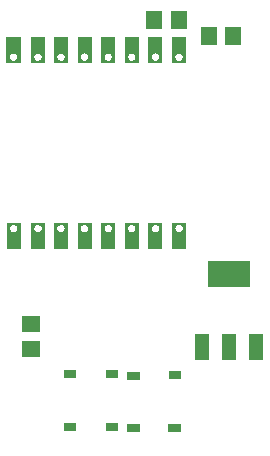
<source format=gtp>
G04 MADE WITH FRITZING*
G04 WWW.FRITZING.ORG*
G04 DOUBLE SIDED*
G04 HOLES PLATED*
G04 CONTOUR ON CENTER OF CONTOUR VECTOR*
%ASAXBY*%
%FSLAX23Y23*%
%MOIN*%
%OFA0B0*%
%SFA1.0B1.0*%
%ADD10R,0.043307X0.027559*%
%ADD11R,0.055118X0.059055*%
%ADD12R,0.059055X0.055118*%
%ADD13R,0.048000X0.088000*%
%ADD14R,0.141732X0.086614*%
%ADD15R,0.001000X0.001000*%
%LNPASTEMASK1*%
G90*
G70*
G54D10*
X878Y206D03*
X531Y210D03*
X669Y210D03*
X669Y35D03*
X531Y35D03*
G54D11*
X992Y1337D03*
X1073Y1337D03*
G54D12*
X399Y295D03*
X399Y376D03*
G54D11*
X811Y1392D03*
X892Y1392D03*
G54D13*
X968Y300D03*
X1059Y300D03*
X1150Y300D03*
G54D14*
X1059Y544D03*
G36*
X719Y219D02*
X762Y219D01*
X762Y192D01*
X719Y192D01*
X719Y219D01*
G37*
D02*
G36*
X856Y44D02*
X900Y44D01*
X900Y17D01*
X856Y17D01*
X856Y44D01*
G37*
D02*
G36*
X719Y44D02*
X762Y44D01*
X762Y17D01*
X719Y17D01*
X719Y44D01*
G37*
D02*
G54D15*
X319Y1335D02*
X364Y1335D01*
X400Y1335D02*
X446Y1335D01*
X476Y1335D02*
X522Y1335D01*
X555Y1335D02*
X601Y1335D01*
X634Y1335D02*
X679Y1335D01*
X713Y1335D02*
X758Y1335D01*
X791Y1335D02*
X837Y1335D01*
X870Y1335D02*
X916Y1335D01*
X318Y1334D02*
X365Y1334D01*
X400Y1334D02*
X446Y1334D01*
X476Y1334D02*
X522Y1334D01*
X555Y1334D02*
X601Y1334D01*
X634Y1334D02*
X680Y1334D01*
X712Y1334D02*
X758Y1334D01*
X791Y1334D02*
X837Y1334D01*
X870Y1334D02*
X916Y1334D01*
X318Y1333D02*
X365Y1333D01*
X400Y1333D02*
X446Y1333D01*
X476Y1333D02*
X522Y1333D01*
X555Y1333D02*
X601Y1333D01*
X634Y1333D02*
X680Y1333D01*
X712Y1333D02*
X758Y1333D01*
X791Y1333D02*
X837Y1333D01*
X870Y1333D02*
X916Y1333D01*
X318Y1332D02*
X365Y1332D01*
X400Y1332D02*
X446Y1332D01*
X476Y1332D02*
X522Y1332D01*
X555Y1332D02*
X601Y1332D01*
X634Y1332D02*
X680Y1332D01*
X712Y1332D02*
X758Y1332D01*
X791Y1332D02*
X837Y1332D01*
X870Y1332D02*
X916Y1332D01*
X318Y1331D02*
X365Y1331D01*
X400Y1331D02*
X446Y1331D01*
X476Y1331D02*
X522Y1331D01*
X555Y1331D02*
X601Y1331D01*
X634Y1331D02*
X680Y1331D01*
X712Y1331D02*
X758Y1331D01*
X791Y1331D02*
X837Y1331D01*
X870Y1331D02*
X916Y1331D01*
X318Y1330D02*
X365Y1330D01*
X400Y1330D02*
X446Y1330D01*
X476Y1330D02*
X522Y1330D01*
X555Y1330D02*
X601Y1330D01*
X634Y1330D02*
X680Y1330D01*
X712Y1330D02*
X758Y1330D01*
X791Y1330D02*
X837Y1330D01*
X870Y1330D02*
X916Y1330D01*
X318Y1329D02*
X365Y1329D01*
X400Y1329D02*
X446Y1329D01*
X476Y1329D02*
X522Y1329D01*
X555Y1329D02*
X601Y1329D01*
X634Y1329D02*
X680Y1329D01*
X712Y1329D02*
X758Y1329D01*
X791Y1329D02*
X837Y1329D01*
X870Y1329D02*
X916Y1329D01*
X318Y1328D02*
X365Y1328D01*
X400Y1328D02*
X446Y1328D01*
X476Y1328D02*
X522Y1328D01*
X555Y1328D02*
X601Y1328D01*
X634Y1328D02*
X680Y1328D01*
X712Y1328D02*
X758Y1328D01*
X791Y1328D02*
X837Y1328D01*
X870Y1328D02*
X916Y1328D01*
X318Y1327D02*
X365Y1327D01*
X400Y1327D02*
X446Y1327D01*
X476Y1327D02*
X522Y1327D01*
X555Y1327D02*
X601Y1327D01*
X634Y1327D02*
X680Y1327D01*
X712Y1327D02*
X758Y1327D01*
X791Y1327D02*
X837Y1327D01*
X870Y1327D02*
X916Y1327D01*
X318Y1326D02*
X365Y1326D01*
X400Y1326D02*
X446Y1326D01*
X476Y1326D02*
X522Y1326D01*
X555Y1326D02*
X601Y1326D01*
X634Y1326D02*
X680Y1326D01*
X712Y1326D02*
X758Y1326D01*
X791Y1326D02*
X837Y1326D01*
X870Y1326D02*
X916Y1326D01*
X318Y1325D02*
X365Y1325D01*
X400Y1325D02*
X446Y1325D01*
X476Y1325D02*
X522Y1325D01*
X555Y1325D02*
X601Y1325D01*
X634Y1325D02*
X680Y1325D01*
X712Y1325D02*
X758Y1325D01*
X791Y1325D02*
X837Y1325D01*
X870Y1325D02*
X916Y1325D01*
X318Y1324D02*
X365Y1324D01*
X400Y1324D02*
X446Y1324D01*
X476Y1324D02*
X522Y1324D01*
X555Y1324D02*
X601Y1324D01*
X634Y1324D02*
X680Y1324D01*
X712Y1324D02*
X758Y1324D01*
X791Y1324D02*
X837Y1324D01*
X870Y1324D02*
X916Y1324D01*
X318Y1323D02*
X365Y1323D01*
X400Y1323D02*
X446Y1323D01*
X476Y1323D02*
X522Y1323D01*
X555Y1323D02*
X601Y1323D01*
X634Y1323D02*
X680Y1323D01*
X712Y1323D02*
X758Y1323D01*
X791Y1323D02*
X837Y1323D01*
X870Y1323D02*
X916Y1323D01*
X318Y1322D02*
X365Y1322D01*
X400Y1322D02*
X446Y1322D01*
X476Y1322D02*
X522Y1322D01*
X555Y1322D02*
X601Y1322D01*
X634Y1322D02*
X680Y1322D01*
X712Y1322D02*
X758Y1322D01*
X791Y1322D02*
X837Y1322D01*
X870Y1322D02*
X916Y1322D01*
X318Y1321D02*
X365Y1321D01*
X400Y1321D02*
X446Y1321D01*
X476Y1321D02*
X522Y1321D01*
X555Y1321D02*
X601Y1321D01*
X634Y1321D02*
X680Y1321D01*
X712Y1321D02*
X758Y1321D01*
X791Y1321D02*
X837Y1321D01*
X870Y1321D02*
X916Y1321D01*
X318Y1320D02*
X365Y1320D01*
X400Y1320D02*
X446Y1320D01*
X476Y1320D02*
X522Y1320D01*
X555Y1320D02*
X601Y1320D01*
X634Y1320D02*
X680Y1320D01*
X712Y1320D02*
X758Y1320D01*
X791Y1320D02*
X837Y1320D01*
X870Y1320D02*
X916Y1320D01*
X318Y1319D02*
X365Y1319D01*
X400Y1319D02*
X446Y1319D01*
X476Y1319D02*
X522Y1319D01*
X555Y1319D02*
X601Y1319D01*
X634Y1319D02*
X680Y1319D01*
X712Y1319D02*
X758Y1319D01*
X791Y1319D02*
X837Y1319D01*
X870Y1319D02*
X916Y1319D01*
X318Y1318D02*
X365Y1318D01*
X400Y1318D02*
X446Y1318D01*
X476Y1318D02*
X522Y1318D01*
X555Y1318D02*
X601Y1318D01*
X634Y1318D02*
X680Y1318D01*
X712Y1318D02*
X758Y1318D01*
X791Y1318D02*
X837Y1318D01*
X870Y1318D02*
X916Y1318D01*
X318Y1317D02*
X365Y1317D01*
X400Y1317D02*
X446Y1317D01*
X476Y1317D02*
X522Y1317D01*
X555Y1317D02*
X601Y1317D01*
X634Y1317D02*
X680Y1317D01*
X712Y1317D02*
X758Y1317D01*
X791Y1317D02*
X837Y1317D01*
X870Y1317D02*
X916Y1317D01*
X318Y1316D02*
X365Y1316D01*
X400Y1316D02*
X446Y1316D01*
X476Y1316D02*
X522Y1316D01*
X555Y1316D02*
X601Y1316D01*
X634Y1316D02*
X680Y1316D01*
X712Y1316D02*
X758Y1316D01*
X791Y1316D02*
X837Y1316D01*
X870Y1316D02*
X916Y1316D01*
X318Y1315D02*
X365Y1315D01*
X400Y1315D02*
X446Y1315D01*
X476Y1315D02*
X522Y1315D01*
X555Y1315D02*
X601Y1315D01*
X634Y1315D02*
X680Y1315D01*
X712Y1315D02*
X758Y1315D01*
X791Y1315D02*
X837Y1315D01*
X870Y1315D02*
X916Y1315D01*
X318Y1314D02*
X365Y1314D01*
X400Y1314D02*
X446Y1314D01*
X476Y1314D02*
X522Y1314D01*
X555Y1314D02*
X601Y1314D01*
X634Y1314D02*
X680Y1314D01*
X712Y1314D02*
X758Y1314D01*
X791Y1314D02*
X837Y1314D01*
X870Y1314D02*
X916Y1314D01*
X318Y1313D02*
X365Y1313D01*
X400Y1313D02*
X446Y1313D01*
X476Y1313D02*
X522Y1313D01*
X555Y1313D02*
X601Y1313D01*
X634Y1313D02*
X680Y1313D01*
X712Y1313D02*
X758Y1313D01*
X791Y1313D02*
X837Y1313D01*
X870Y1313D02*
X916Y1313D01*
X318Y1312D02*
X365Y1312D01*
X400Y1312D02*
X446Y1312D01*
X476Y1312D02*
X522Y1312D01*
X555Y1312D02*
X601Y1312D01*
X634Y1312D02*
X680Y1312D01*
X712Y1312D02*
X758Y1312D01*
X791Y1312D02*
X837Y1312D01*
X870Y1312D02*
X916Y1312D01*
X318Y1311D02*
X365Y1311D01*
X400Y1311D02*
X446Y1311D01*
X476Y1311D02*
X522Y1311D01*
X555Y1311D02*
X601Y1311D01*
X634Y1311D02*
X680Y1311D01*
X712Y1311D02*
X758Y1311D01*
X791Y1311D02*
X837Y1311D01*
X870Y1311D02*
X916Y1311D01*
X318Y1310D02*
X365Y1310D01*
X400Y1310D02*
X446Y1310D01*
X476Y1310D02*
X522Y1310D01*
X555Y1310D02*
X601Y1310D01*
X634Y1310D02*
X680Y1310D01*
X712Y1310D02*
X758Y1310D01*
X791Y1310D02*
X837Y1310D01*
X870Y1310D02*
X916Y1310D01*
X318Y1309D02*
X365Y1309D01*
X400Y1309D02*
X446Y1309D01*
X476Y1309D02*
X522Y1309D01*
X555Y1309D02*
X601Y1309D01*
X634Y1309D02*
X680Y1309D01*
X712Y1309D02*
X758Y1309D01*
X791Y1309D02*
X837Y1309D01*
X870Y1309D02*
X916Y1309D01*
X318Y1308D02*
X365Y1308D01*
X400Y1308D02*
X446Y1308D01*
X476Y1308D02*
X522Y1308D01*
X555Y1308D02*
X601Y1308D01*
X634Y1308D02*
X680Y1308D01*
X712Y1308D02*
X758Y1308D01*
X791Y1308D02*
X837Y1308D01*
X870Y1308D02*
X916Y1308D01*
X318Y1307D02*
X365Y1307D01*
X400Y1307D02*
X446Y1307D01*
X476Y1307D02*
X522Y1307D01*
X555Y1307D02*
X601Y1307D01*
X634Y1307D02*
X680Y1307D01*
X712Y1307D02*
X758Y1307D01*
X791Y1307D02*
X837Y1307D01*
X870Y1307D02*
X916Y1307D01*
X318Y1306D02*
X365Y1306D01*
X400Y1306D02*
X446Y1306D01*
X476Y1306D02*
X522Y1306D01*
X555Y1306D02*
X601Y1306D01*
X634Y1306D02*
X680Y1306D01*
X712Y1306D02*
X758Y1306D01*
X791Y1306D02*
X837Y1306D01*
X870Y1306D02*
X916Y1306D01*
X318Y1305D02*
X365Y1305D01*
X400Y1305D02*
X446Y1305D01*
X476Y1305D02*
X522Y1305D01*
X555Y1305D02*
X601Y1305D01*
X634Y1305D02*
X680Y1305D01*
X712Y1305D02*
X758Y1305D01*
X791Y1305D02*
X837Y1305D01*
X870Y1305D02*
X916Y1305D01*
X318Y1304D02*
X365Y1304D01*
X400Y1304D02*
X446Y1304D01*
X476Y1304D02*
X522Y1304D01*
X555Y1304D02*
X601Y1304D01*
X634Y1304D02*
X680Y1304D01*
X712Y1304D02*
X758Y1304D01*
X791Y1304D02*
X837Y1304D01*
X870Y1304D02*
X916Y1304D01*
X318Y1303D02*
X365Y1303D01*
X400Y1303D02*
X446Y1303D01*
X476Y1303D02*
X522Y1303D01*
X555Y1303D02*
X601Y1303D01*
X634Y1303D02*
X680Y1303D01*
X712Y1303D02*
X758Y1303D01*
X791Y1303D02*
X837Y1303D01*
X870Y1303D02*
X916Y1303D01*
X318Y1302D02*
X365Y1302D01*
X400Y1302D02*
X446Y1302D01*
X476Y1302D02*
X522Y1302D01*
X555Y1302D02*
X601Y1302D01*
X634Y1302D02*
X680Y1302D01*
X712Y1302D02*
X758Y1302D01*
X791Y1302D02*
X837Y1302D01*
X870Y1302D02*
X916Y1302D01*
X318Y1301D02*
X365Y1301D01*
X400Y1301D02*
X446Y1301D01*
X476Y1301D02*
X522Y1301D01*
X555Y1301D02*
X601Y1301D01*
X634Y1301D02*
X680Y1301D01*
X712Y1301D02*
X758Y1301D01*
X791Y1301D02*
X837Y1301D01*
X870Y1301D02*
X916Y1301D01*
X318Y1300D02*
X365Y1300D01*
X400Y1300D02*
X446Y1300D01*
X476Y1300D02*
X522Y1300D01*
X555Y1300D02*
X601Y1300D01*
X634Y1300D02*
X680Y1300D01*
X712Y1300D02*
X758Y1300D01*
X791Y1300D02*
X837Y1300D01*
X870Y1300D02*
X916Y1300D01*
X318Y1299D02*
X365Y1299D01*
X400Y1299D02*
X446Y1299D01*
X476Y1299D02*
X522Y1299D01*
X555Y1299D02*
X601Y1299D01*
X634Y1299D02*
X680Y1299D01*
X712Y1299D02*
X758Y1299D01*
X791Y1299D02*
X837Y1299D01*
X870Y1299D02*
X916Y1299D01*
X318Y1298D02*
X365Y1298D01*
X400Y1298D02*
X446Y1298D01*
X476Y1298D02*
X522Y1298D01*
X555Y1298D02*
X601Y1298D01*
X634Y1298D02*
X680Y1298D01*
X712Y1298D02*
X758Y1298D01*
X791Y1298D02*
X837Y1298D01*
X870Y1298D02*
X916Y1298D01*
X318Y1297D02*
X365Y1297D01*
X400Y1297D02*
X446Y1297D01*
X476Y1297D02*
X522Y1297D01*
X555Y1297D02*
X601Y1297D01*
X634Y1297D02*
X680Y1297D01*
X712Y1297D02*
X758Y1297D01*
X791Y1297D02*
X837Y1297D01*
X870Y1297D02*
X916Y1297D01*
X318Y1296D02*
X365Y1296D01*
X400Y1296D02*
X446Y1296D01*
X476Y1296D02*
X522Y1296D01*
X555Y1296D02*
X601Y1296D01*
X634Y1296D02*
X680Y1296D01*
X712Y1296D02*
X758Y1296D01*
X791Y1296D02*
X837Y1296D01*
X870Y1296D02*
X916Y1296D01*
X318Y1295D02*
X365Y1295D01*
X400Y1295D02*
X446Y1295D01*
X476Y1295D02*
X522Y1295D01*
X555Y1295D02*
X601Y1295D01*
X634Y1295D02*
X680Y1295D01*
X712Y1295D02*
X758Y1295D01*
X791Y1295D02*
X837Y1295D01*
X870Y1295D02*
X916Y1295D01*
X318Y1294D02*
X365Y1294D01*
X400Y1294D02*
X446Y1294D01*
X476Y1294D02*
X522Y1294D01*
X555Y1294D02*
X601Y1294D01*
X634Y1294D02*
X680Y1294D01*
X712Y1294D02*
X758Y1294D01*
X791Y1294D02*
X837Y1294D01*
X870Y1294D02*
X916Y1294D01*
X318Y1293D02*
X365Y1293D01*
X400Y1293D02*
X446Y1293D01*
X476Y1293D02*
X522Y1293D01*
X555Y1293D02*
X601Y1293D01*
X634Y1293D02*
X680Y1293D01*
X712Y1293D02*
X758Y1293D01*
X791Y1293D02*
X837Y1293D01*
X870Y1293D02*
X916Y1293D01*
X318Y1292D02*
X365Y1292D01*
X400Y1292D02*
X446Y1292D01*
X476Y1292D02*
X522Y1292D01*
X555Y1292D02*
X601Y1292D01*
X634Y1292D02*
X680Y1292D01*
X712Y1292D02*
X758Y1292D01*
X791Y1292D02*
X837Y1292D01*
X870Y1292D02*
X916Y1292D01*
X318Y1291D02*
X365Y1291D01*
X400Y1291D02*
X446Y1291D01*
X476Y1291D02*
X522Y1291D01*
X555Y1291D02*
X601Y1291D01*
X634Y1291D02*
X680Y1291D01*
X712Y1291D02*
X758Y1291D01*
X791Y1291D02*
X837Y1291D01*
X870Y1291D02*
X916Y1291D01*
X318Y1290D02*
X365Y1290D01*
X400Y1290D02*
X446Y1290D01*
X476Y1290D02*
X522Y1290D01*
X555Y1290D02*
X601Y1290D01*
X634Y1290D02*
X680Y1290D01*
X712Y1290D02*
X758Y1290D01*
X791Y1290D02*
X837Y1290D01*
X870Y1290D02*
X916Y1290D01*
X318Y1289D02*
X365Y1289D01*
X400Y1289D02*
X446Y1289D01*
X476Y1289D02*
X522Y1289D01*
X555Y1289D02*
X601Y1289D01*
X634Y1289D02*
X680Y1289D01*
X712Y1289D02*
X758Y1289D01*
X791Y1289D02*
X837Y1289D01*
X870Y1289D02*
X916Y1289D01*
X318Y1288D02*
X365Y1288D01*
X400Y1288D02*
X446Y1288D01*
X476Y1288D02*
X522Y1288D01*
X555Y1288D02*
X601Y1288D01*
X634Y1288D02*
X680Y1288D01*
X712Y1288D02*
X758Y1288D01*
X791Y1288D02*
X837Y1288D01*
X870Y1288D02*
X916Y1288D01*
X318Y1287D02*
X365Y1287D01*
X400Y1287D02*
X446Y1287D01*
X476Y1287D02*
X522Y1287D01*
X555Y1287D02*
X601Y1287D01*
X634Y1287D02*
X680Y1287D01*
X712Y1287D02*
X758Y1287D01*
X791Y1287D02*
X837Y1287D01*
X870Y1287D02*
X916Y1287D01*
X318Y1286D02*
X365Y1286D01*
X400Y1286D02*
X446Y1286D01*
X476Y1286D02*
X522Y1286D01*
X555Y1286D02*
X601Y1286D01*
X634Y1286D02*
X680Y1286D01*
X712Y1286D02*
X758Y1286D01*
X791Y1286D02*
X837Y1286D01*
X870Y1286D02*
X916Y1286D01*
X318Y1285D02*
X365Y1285D01*
X400Y1285D02*
X446Y1285D01*
X476Y1285D02*
X522Y1285D01*
X555Y1285D02*
X601Y1285D01*
X634Y1285D02*
X680Y1285D01*
X712Y1285D02*
X758Y1285D01*
X791Y1285D02*
X837Y1285D01*
X870Y1285D02*
X916Y1285D01*
X318Y1284D02*
X365Y1284D01*
X400Y1284D02*
X446Y1284D01*
X476Y1284D02*
X522Y1284D01*
X555Y1284D02*
X601Y1284D01*
X634Y1284D02*
X680Y1284D01*
X712Y1284D02*
X758Y1284D01*
X791Y1284D02*
X837Y1284D01*
X870Y1284D02*
X916Y1284D01*
X318Y1283D02*
X365Y1283D01*
X400Y1283D02*
X446Y1283D01*
X476Y1283D02*
X522Y1283D01*
X555Y1283D02*
X601Y1283D01*
X634Y1283D02*
X680Y1283D01*
X712Y1283D02*
X758Y1283D01*
X791Y1283D02*
X837Y1283D01*
X870Y1283D02*
X916Y1283D01*
X318Y1282D02*
X365Y1282D01*
X400Y1282D02*
X446Y1282D01*
X476Y1282D02*
X522Y1282D01*
X555Y1282D02*
X601Y1282D01*
X634Y1282D02*
X680Y1282D01*
X712Y1282D02*
X758Y1282D01*
X791Y1282D02*
X837Y1282D01*
X870Y1282D02*
X916Y1282D01*
X318Y1281D02*
X365Y1281D01*
X400Y1281D02*
X446Y1281D01*
X476Y1281D02*
X522Y1281D01*
X555Y1281D02*
X601Y1281D01*
X634Y1281D02*
X680Y1281D01*
X712Y1281D02*
X758Y1281D01*
X791Y1281D02*
X837Y1281D01*
X870Y1281D02*
X916Y1281D01*
X318Y1280D02*
X365Y1280D01*
X400Y1280D02*
X446Y1280D01*
X476Y1280D02*
X522Y1280D01*
X555Y1280D02*
X601Y1280D01*
X634Y1280D02*
X680Y1280D01*
X712Y1280D02*
X758Y1280D01*
X791Y1280D02*
X837Y1280D01*
X870Y1280D02*
X916Y1280D01*
X318Y1279D02*
X365Y1279D01*
X400Y1279D02*
X421Y1279D01*
X424Y1279D02*
X446Y1279D01*
X476Y1279D02*
X498Y1279D01*
X501Y1279D02*
X522Y1279D01*
X555Y1279D02*
X577Y1279D01*
X579Y1279D02*
X601Y1279D01*
X634Y1279D02*
X680Y1279D01*
X712Y1279D02*
X758Y1279D01*
X791Y1279D02*
X813Y1279D01*
X816Y1279D02*
X837Y1279D01*
X870Y1279D02*
X892Y1279D01*
X894Y1279D02*
X916Y1279D01*
X318Y1278D02*
X336Y1278D01*
X347Y1278D02*
X365Y1278D01*
X400Y1278D02*
X417Y1278D01*
X428Y1278D02*
X446Y1278D01*
X476Y1278D02*
X494Y1278D01*
X505Y1278D02*
X522Y1278D01*
X555Y1278D02*
X573Y1278D01*
X583Y1278D02*
X601Y1278D01*
X634Y1278D02*
X651Y1278D01*
X662Y1278D02*
X680Y1278D01*
X712Y1278D02*
X730Y1278D01*
X741Y1278D02*
X758Y1278D01*
X791Y1278D02*
X809Y1278D01*
X820Y1278D02*
X837Y1278D01*
X870Y1278D02*
X887Y1278D01*
X898Y1278D02*
X916Y1278D01*
X318Y1277D02*
X334Y1277D01*
X349Y1277D02*
X365Y1277D01*
X400Y1277D02*
X415Y1277D01*
X430Y1277D02*
X446Y1277D01*
X476Y1277D02*
X492Y1277D01*
X506Y1277D02*
X522Y1277D01*
X555Y1277D02*
X571Y1277D01*
X585Y1277D02*
X601Y1277D01*
X634Y1277D02*
X649Y1277D01*
X664Y1277D02*
X680Y1277D01*
X712Y1277D02*
X728Y1277D01*
X742Y1277D02*
X758Y1277D01*
X791Y1277D02*
X807Y1277D01*
X821Y1277D02*
X837Y1277D01*
X870Y1277D02*
X886Y1277D01*
X900Y1277D02*
X916Y1277D01*
X318Y1276D02*
X333Y1276D01*
X350Y1276D02*
X365Y1276D01*
X400Y1276D02*
X414Y1276D01*
X431Y1276D02*
X446Y1276D01*
X476Y1276D02*
X491Y1276D01*
X508Y1276D02*
X522Y1276D01*
X555Y1276D02*
X569Y1276D01*
X586Y1276D02*
X601Y1276D01*
X634Y1276D02*
X648Y1276D01*
X665Y1276D02*
X680Y1276D01*
X712Y1276D02*
X727Y1276D01*
X744Y1276D02*
X758Y1276D01*
X791Y1276D02*
X806Y1276D01*
X823Y1276D02*
X837Y1276D01*
X870Y1276D02*
X884Y1276D01*
X901Y1276D02*
X916Y1276D01*
X318Y1275D02*
X332Y1275D01*
X351Y1275D02*
X365Y1275D01*
X400Y1275D02*
X413Y1275D01*
X432Y1275D02*
X446Y1275D01*
X476Y1275D02*
X490Y1275D01*
X509Y1275D02*
X522Y1275D01*
X555Y1275D02*
X568Y1275D01*
X587Y1275D02*
X601Y1275D01*
X634Y1275D02*
X647Y1275D01*
X666Y1275D02*
X680Y1275D01*
X712Y1275D02*
X726Y1275D01*
X745Y1275D02*
X758Y1275D01*
X791Y1275D02*
X805Y1275D01*
X824Y1275D02*
X837Y1275D01*
X870Y1275D02*
X883Y1275D01*
X902Y1275D02*
X916Y1275D01*
X318Y1274D02*
X331Y1274D01*
X352Y1274D02*
X365Y1274D01*
X400Y1274D02*
X412Y1274D01*
X433Y1274D02*
X446Y1274D01*
X476Y1274D02*
X489Y1274D01*
X510Y1274D02*
X522Y1274D01*
X555Y1274D02*
X568Y1274D01*
X588Y1274D02*
X601Y1274D01*
X634Y1274D02*
X646Y1274D01*
X667Y1274D02*
X680Y1274D01*
X712Y1274D02*
X725Y1274D01*
X746Y1274D02*
X758Y1274D01*
X791Y1274D02*
X804Y1274D01*
X824Y1274D02*
X837Y1274D01*
X870Y1274D02*
X883Y1274D01*
X903Y1274D02*
X916Y1274D01*
X318Y1273D02*
X331Y1273D01*
X353Y1273D02*
X365Y1273D01*
X400Y1273D02*
X412Y1273D01*
X434Y1273D02*
X446Y1273D01*
X476Y1273D02*
X488Y1273D01*
X510Y1273D02*
X522Y1273D01*
X555Y1273D02*
X567Y1273D01*
X589Y1273D02*
X601Y1273D01*
X634Y1273D02*
X646Y1273D01*
X668Y1273D02*
X680Y1273D01*
X712Y1273D02*
X724Y1273D01*
X746Y1273D02*
X758Y1273D01*
X791Y1273D02*
X803Y1273D01*
X825Y1273D02*
X837Y1273D01*
X870Y1273D02*
X882Y1273D01*
X904Y1273D02*
X916Y1273D01*
X318Y1272D02*
X330Y1272D01*
X353Y1272D02*
X365Y1272D01*
X400Y1272D02*
X411Y1272D01*
X434Y1272D02*
X446Y1272D01*
X476Y1272D02*
X488Y1272D01*
X511Y1272D02*
X522Y1272D01*
X555Y1272D02*
X566Y1272D01*
X589Y1272D02*
X601Y1272D01*
X634Y1272D02*
X645Y1272D01*
X668Y1272D02*
X680Y1272D01*
X712Y1272D02*
X724Y1272D01*
X747Y1272D02*
X758Y1272D01*
X791Y1272D02*
X803Y1272D01*
X826Y1272D02*
X837Y1272D01*
X870Y1272D02*
X881Y1272D01*
X904Y1272D02*
X916Y1272D01*
X318Y1271D02*
X330Y1271D01*
X354Y1271D02*
X365Y1271D01*
X400Y1271D02*
X411Y1271D01*
X435Y1271D02*
X446Y1271D01*
X476Y1271D02*
X487Y1271D01*
X511Y1271D02*
X522Y1271D01*
X555Y1271D02*
X566Y1271D01*
X590Y1271D02*
X601Y1271D01*
X634Y1271D02*
X645Y1271D01*
X669Y1271D02*
X680Y1271D01*
X712Y1271D02*
X723Y1271D01*
X747Y1271D02*
X758Y1271D01*
X791Y1271D02*
X802Y1271D01*
X826Y1271D02*
X837Y1271D01*
X870Y1271D02*
X881Y1271D01*
X905Y1271D02*
X916Y1271D01*
X318Y1270D02*
X329Y1270D01*
X354Y1270D02*
X365Y1270D01*
X400Y1270D02*
X410Y1270D01*
X435Y1270D02*
X446Y1270D01*
X476Y1270D02*
X487Y1270D01*
X511Y1270D02*
X522Y1270D01*
X555Y1270D02*
X566Y1270D01*
X590Y1270D02*
X601Y1270D01*
X634Y1270D02*
X644Y1270D01*
X669Y1270D02*
X680Y1270D01*
X712Y1270D02*
X723Y1270D01*
X748Y1270D02*
X758Y1270D01*
X791Y1270D02*
X802Y1270D01*
X826Y1270D02*
X837Y1270D01*
X870Y1270D02*
X881Y1270D01*
X905Y1270D02*
X916Y1270D01*
X318Y1269D02*
X329Y1269D01*
X354Y1269D02*
X365Y1269D01*
X400Y1269D02*
X410Y1269D01*
X435Y1269D02*
X446Y1269D01*
X476Y1269D02*
X487Y1269D01*
X512Y1269D02*
X522Y1269D01*
X555Y1269D02*
X565Y1269D01*
X590Y1269D02*
X601Y1269D01*
X634Y1269D02*
X644Y1269D01*
X669Y1269D02*
X680Y1269D01*
X712Y1269D02*
X723Y1269D01*
X748Y1269D02*
X758Y1269D01*
X791Y1269D02*
X802Y1269D01*
X827Y1269D02*
X837Y1269D01*
X870Y1269D02*
X880Y1269D01*
X905Y1269D02*
X916Y1269D01*
X318Y1268D02*
X329Y1268D01*
X354Y1268D02*
X365Y1268D01*
X400Y1268D02*
X410Y1268D01*
X435Y1268D02*
X446Y1268D01*
X476Y1268D02*
X487Y1268D01*
X512Y1268D02*
X522Y1268D01*
X555Y1268D02*
X565Y1268D01*
X590Y1268D02*
X601Y1268D01*
X634Y1268D02*
X644Y1268D01*
X669Y1268D02*
X680Y1268D01*
X712Y1268D02*
X723Y1268D01*
X748Y1268D02*
X758Y1268D01*
X791Y1268D02*
X802Y1268D01*
X827Y1268D02*
X837Y1268D01*
X870Y1268D02*
X880Y1268D01*
X905Y1268D02*
X916Y1268D01*
X318Y1267D02*
X329Y1267D01*
X354Y1267D02*
X365Y1267D01*
X400Y1267D02*
X410Y1267D01*
X435Y1267D02*
X446Y1267D01*
X476Y1267D02*
X487Y1267D01*
X512Y1267D02*
X522Y1267D01*
X555Y1267D02*
X565Y1267D01*
X590Y1267D02*
X601Y1267D01*
X634Y1267D02*
X644Y1267D01*
X669Y1267D02*
X680Y1267D01*
X712Y1267D02*
X723Y1267D01*
X748Y1267D02*
X758Y1267D01*
X791Y1267D02*
X801Y1267D01*
X827Y1267D02*
X837Y1267D01*
X870Y1267D02*
X880Y1267D01*
X906Y1267D02*
X916Y1267D01*
X318Y1266D02*
X329Y1266D01*
X354Y1266D02*
X365Y1266D01*
X400Y1266D02*
X410Y1266D01*
X435Y1266D02*
X446Y1266D01*
X476Y1266D02*
X487Y1266D01*
X512Y1266D02*
X522Y1266D01*
X555Y1266D02*
X565Y1266D01*
X590Y1266D02*
X601Y1266D01*
X634Y1266D02*
X644Y1266D01*
X669Y1266D02*
X680Y1266D01*
X712Y1266D02*
X723Y1266D01*
X748Y1266D02*
X758Y1266D01*
X791Y1266D02*
X802Y1266D01*
X827Y1266D02*
X837Y1266D01*
X870Y1266D02*
X880Y1266D01*
X905Y1266D02*
X916Y1266D01*
X318Y1265D02*
X329Y1265D01*
X354Y1265D02*
X365Y1265D01*
X400Y1265D02*
X410Y1265D01*
X435Y1265D02*
X446Y1265D01*
X476Y1265D02*
X487Y1265D01*
X512Y1265D02*
X522Y1265D01*
X555Y1265D02*
X565Y1265D01*
X590Y1265D02*
X601Y1265D01*
X634Y1265D02*
X644Y1265D01*
X669Y1265D02*
X680Y1265D01*
X712Y1265D02*
X723Y1265D01*
X748Y1265D02*
X758Y1265D01*
X791Y1265D02*
X802Y1265D01*
X827Y1265D02*
X837Y1265D01*
X870Y1265D02*
X880Y1265D01*
X905Y1265D02*
X916Y1265D01*
X318Y1264D02*
X329Y1264D01*
X354Y1264D02*
X365Y1264D01*
X400Y1264D02*
X410Y1264D01*
X435Y1264D02*
X446Y1264D01*
X476Y1264D02*
X487Y1264D01*
X511Y1264D02*
X522Y1264D01*
X555Y1264D02*
X566Y1264D01*
X590Y1264D02*
X601Y1264D01*
X634Y1264D02*
X644Y1264D01*
X669Y1264D02*
X680Y1264D01*
X712Y1264D02*
X723Y1264D01*
X748Y1264D02*
X758Y1264D01*
X791Y1264D02*
X802Y1264D01*
X826Y1264D02*
X837Y1264D01*
X870Y1264D02*
X881Y1264D01*
X905Y1264D02*
X916Y1264D01*
X318Y1263D02*
X330Y1263D01*
X354Y1263D02*
X365Y1263D01*
X400Y1263D02*
X411Y1263D01*
X435Y1263D02*
X446Y1263D01*
X476Y1263D02*
X487Y1263D01*
X511Y1263D02*
X522Y1263D01*
X555Y1263D02*
X566Y1263D01*
X590Y1263D02*
X601Y1263D01*
X634Y1263D02*
X645Y1263D01*
X669Y1263D02*
X680Y1263D01*
X712Y1263D02*
X723Y1263D01*
X747Y1263D02*
X758Y1263D01*
X791Y1263D02*
X802Y1263D01*
X826Y1263D02*
X837Y1263D01*
X870Y1263D02*
X881Y1263D01*
X905Y1263D02*
X916Y1263D01*
X318Y1262D02*
X330Y1262D01*
X353Y1262D02*
X365Y1262D01*
X400Y1262D02*
X411Y1262D01*
X434Y1262D02*
X446Y1262D01*
X476Y1262D02*
X488Y1262D01*
X511Y1262D02*
X522Y1262D01*
X555Y1262D02*
X566Y1262D01*
X589Y1262D02*
X601Y1262D01*
X634Y1262D02*
X645Y1262D01*
X668Y1262D02*
X680Y1262D01*
X712Y1262D02*
X724Y1262D01*
X747Y1262D02*
X758Y1262D01*
X791Y1262D02*
X803Y1262D01*
X826Y1262D02*
X837Y1262D01*
X870Y1262D02*
X881Y1262D01*
X904Y1262D02*
X916Y1262D01*
X318Y1261D02*
X331Y1261D01*
X353Y1261D02*
X365Y1261D01*
X400Y1261D02*
X412Y1261D01*
X434Y1261D02*
X446Y1261D01*
X476Y1261D02*
X488Y1261D01*
X510Y1261D02*
X522Y1261D01*
X555Y1261D02*
X567Y1261D01*
X589Y1261D02*
X601Y1261D01*
X634Y1261D02*
X646Y1261D01*
X668Y1261D02*
X680Y1261D01*
X712Y1261D02*
X724Y1261D01*
X746Y1261D02*
X758Y1261D01*
X791Y1261D02*
X803Y1261D01*
X825Y1261D02*
X837Y1261D01*
X870Y1261D02*
X882Y1261D01*
X904Y1261D02*
X916Y1261D01*
X318Y1260D02*
X331Y1260D01*
X352Y1260D02*
X365Y1260D01*
X400Y1260D02*
X412Y1260D01*
X433Y1260D02*
X446Y1260D01*
X476Y1260D02*
X489Y1260D01*
X510Y1260D02*
X522Y1260D01*
X555Y1260D02*
X567Y1260D01*
X588Y1260D02*
X601Y1260D01*
X634Y1260D02*
X646Y1260D01*
X667Y1260D02*
X680Y1260D01*
X712Y1260D02*
X725Y1260D01*
X746Y1260D02*
X758Y1260D01*
X791Y1260D02*
X804Y1260D01*
X825Y1260D02*
X837Y1260D01*
X870Y1260D02*
X883Y1260D01*
X903Y1260D02*
X916Y1260D01*
X318Y1259D02*
X332Y1259D01*
X351Y1259D02*
X365Y1259D01*
X400Y1259D02*
X413Y1259D01*
X432Y1259D02*
X446Y1259D01*
X476Y1259D02*
X490Y1259D01*
X509Y1259D02*
X522Y1259D01*
X555Y1259D02*
X568Y1259D01*
X588Y1259D02*
X601Y1259D01*
X634Y1259D02*
X647Y1259D01*
X666Y1259D02*
X680Y1259D01*
X712Y1259D02*
X726Y1259D01*
X745Y1259D02*
X758Y1259D01*
X791Y1259D02*
X804Y1259D01*
X824Y1259D02*
X837Y1259D01*
X870Y1259D02*
X883Y1259D01*
X903Y1259D02*
X916Y1259D01*
X318Y1258D02*
X333Y1258D01*
X350Y1258D02*
X365Y1258D01*
X400Y1258D02*
X414Y1258D01*
X431Y1258D02*
X446Y1258D01*
X476Y1258D02*
X491Y1258D01*
X508Y1258D02*
X522Y1258D01*
X555Y1258D02*
X569Y1258D01*
X587Y1258D02*
X601Y1258D01*
X634Y1258D02*
X648Y1258D01*
X665Y1258D02*
X680Y1258D01*
X712Y1258D02*
X727Y1258D01*
X744Y1258D02*
X758Y1258D01*
X791Y1258D02*
X805Y1258D01*
X823Y1258D02*
X837Y1258D01*
X870Y1258D02*
X884Y1258D01*
X902Y1258D02*
X916Y1258D01*
X318Y1257D02*
X334Y1257D01*
X349Y1257D02*
X365Y1257D01*
X400Y1257D02*
X415Y1257D01*
X430Y1257D02*
X446Y1257D01*
X476Y1257D02*
X492Y1257D01*
X507Y1257D02*
X522Y1257D01*
X555Y1257D02*
X570Y1257D01*
X585Y1257D02*
X601Y1257D01*
X634Y1257D02*
X649Y1257D01*
X664Y1257D02*
X680Y1257D01*
X712Y1257D02*
X728Y1257D01*
X743Y1257D02*
X758Y1257D01*
X791Y1257D02*
X807Y1257D01*
X821Y1257D02*
X837Y1257D01*
X870Y1257D02*
X886Y1257D01*
X900Y1257D02*
X916Y1257D01*
X318Y1256D02*
X336Y1256D01*
X347Y1256D02*
X365Y1256D01*
X400Y1256D02*
X417Y1256D01*
X428Y1256D02*
X446Y1256D01*
X476Y1256D02*
X494Y1256D01*
X505Y1256D02*
X522Y1256D01*
X555Y1256D02*
X572Y1256D01*
X584Y1256D02*
X601Y1256D01*
X634Y1256D02*
X651Y1256D01*
X662Y1256D02*
X680Y1256D01*
X712Y1256D02*
X730Y1256D01*
X741Y1256D02*
X758Y1256D01*
X791Y1256D02*
X808Y1256D01*
X820Y1256D02*
X837Y1256D01*
X870Y1256D02*
X887Y1256D01*
X899Y1256D02*
X916Y1256D01*
X318Y1255D02*
X339Y1255D01*
X344Y1255D02*
X365Y1255D01*
X400Y1255D02*
X420Y1255D01*
X425Y1255D02*
X446Y1255D01*
X476Y1255D02*
X497Y1255D01*
X502Y1255D02*
X522Y1255D01*
X555Y1255D02*
X575Y1255D01*
X581Y1255D02*
X601Y1255D01*
X634Y1255D02*
X654Y1255D01*
X659Y1255D02*
X680Y1255D01*
X712Y1255D02*
X733Y1255D01*
X738Y1255D02*
X758Y1255D01*
X791Y1255D02*
X812Y1255D01*
X816Y1255D02*
X837Y1255D01*
X870Y1255D02*
X891Y1255D01*
X895Y1255D02*
X916Y1255D01*
X318Y1254D02*
X365Y1254D01*
X400Y1254D02*
X446Y1254D01*
X476Y1254D02*
X522Y1254D01*
X555Y1254D02*
X601Y1254D01*
X634Y1254D02*
X680Y1254D01*
X712Y1254D02*
X758Y1254D01*
X791Y1254D02*
X837Y1254D01*
X870Y1254D02*
X916Y1254D01*
X318Y1253D02*
X365Y1253D01*
X400Y1253D02*
X446Y1253D01*
X476Y1253D02*
X522Y1253D01*
X555Y1253D02*
X601Y1253D01*
X634Y1253D02*
X680Y1253D01*
X712Y1253D02*
X758Y1253D01*
X791Y1253D02*
X837Y1253D01*
X870Y1253D02*
X916Y1253D01*
X318Y1252D02*
X365Y1252D01*
X400Y1252D02*
X446Y1252D01*
X476Y1252D02*
X522Y1252D01*
X555Y1252D02*
X601Y1252D01*
X634Y1252D02*
X680Y1252D01*
X712Y1252D02*
X758Y1252D01*
X791Y1252D02*
X837Y1252D01*
X870Y1252D02*
X916Y1252D01*
X318Y1251D02*
X365Y1251D01*
X400Y1251D02*
X446Y1251D01*
X476Y1251D02*
X522Y1251D01*
X555Y1251D02*
X601Y1251D01*
X634Y1251D02*
X680Y1251D01*
X712Y1251D02*
X758Y1251D01*
X791Y1251D02*
X837Y1251D01*
X870Y1251D02*
X916Y1251D01*
X318Y1250D02*
X365Y1250D01*
X400Y1250D02*
X446Y1250D01*
X476Y1250D02*
X522Y1250D01*
X555Y1250D02*
X601Y1250D01*
X634Y1250D02*
X680Y1250D01*
X712Y1250D02*
X758Y1250D01*
X791Y1250D02*
X837Y1250D01*
X870Y1250D02*
X916Y1250D01*
X318Y1249D02*
X365Y1249D01*
X400Y1249D02*
X446Y1249D01*
X476Y1249D02*
X522Y1249D01*
X555Y1249D02*
X601Y1249D01*
X634Y1249D02*
X680Y1249D01*
X712Y1249D02*
X758Y1249D01*
X791Y1249D02*
X837Y1249D01*
X870Y1249D02*
X916Y1249D01*
X318Y1248D02*
X365Y1248D01*
X400Y1248D02*
X446Y1248D01*
X476Y1248D02*
X522Y1248D01*
X555Y1248D02*
X601Y1248D01*
X634Y1248D02*
X680Y1248D01*
X712Y1248D02*
X758Y1248D01*
X791Y1248D02*
X837Y1248D01*
X870Y1248D02*
X916Y1248D01*
X319Y1247D02*
X365Y1247D01*
X400Y1247D02*
X446Y1247D01*
X476Y1247D02*
X522Y1247D01*
X555Y1247D02*
X601Y1247D01*
X634Y1247D02*
X680Y1247D01*
X712Y1247D02*
X758Y1247D01*
X791Y1247D02*
X837Y1247D01*
X870Y1247D02*
X916Y1247D01*
X319Y715D02*
X365Y715D01*
X400Y715D02*
X446Y715D01*
X476Y715D02*
X522Y715D01*
X555Y715D02*
X601Y715D01*
X634Y715D02*
X680Y715D01*
X712Y715D02*
X758Y715D01*
X791Y715D02*
X837Y715D01*
X870Y715D02*
X916Y715D01*
X319Y714D02*
X365Y714D01*
X400Y714D02*
X446Y714D01*
X476Y714D02*
X522Y714D01*
X555Y714D02*
X601Y714D01*
X634Y714D02*
X680Y714D01*
X712Y714D02*
X759Y714D01*
X791Y714D02*
X837Y714D01*
X870Y714D02*
X916Y714D01*
X319Y713D02*
X365Y713D01*
X400Y713D02*
X446Y713D01*
X476Y713D02*
X522Y713D01*
X555Y713D02*
X601Y713D01*
X634Y713D02*
X680Y713D01*
X712Y713D02*
X759Y713D01*
X791Y713D02*
X837Y713D01*
X870Y713D02*
X916Y713D01*
X319Y712D02*
X365Y712D01*
X400Y712D02*
X446Y712D01*
X476Y712D02*
X522Y712D01*
X555Y712D02*
X601Y712D01*
X634Y712D02*
X680Y712D01*
X712Y712D02*
X759Y712D01*
X791Y712D02*
X837Y712D01*
X870Y712D02*
X916Y712D01*
X319Y711D02*
X365Y711D01*
X400Y711D02*
X446Y711D01*
X476Y711D02*
X522Y711D01*
X555Y711D02*
X601Y711D01*
X634Y711D02*
X680Y711D01*
X712Y711D02*
X759Y711D01*
X791Y711D02*
X837Y711D01*
X870Y711D02*
X916Y711D01*
X319Y710D02*
X365Y710D01*
X400Y710D02*
X446Y710D01*
X476Y710D02*
X522Y710D01*
X555Y710D02*
X601Y710D01*
X634Y710D02*
X680Y710D01*
X712Y710D02*
X759Y710D01*
X791Y710D02*
X837Y710D01*
X870Y710D02*
X916Y710D01*
X319Y709D02*
X365Y709D01*
X400Y709D02*
X446Y709D01*
X476Y709D02*
X522Y709D01*
X555Y709D02*
X601Y709D01*
X634Y709D02*
X680Y709D01*
X712Y709D02*
X759Y709D01*
X791Y709D02*
X837Y709D01*
X870Y709D02*
X916Y709D01*
X319Y708D02*
X365Y708D01*
X400Y708D02*
X446Y708D01*
X476Y708D02*
X522Y708D01*
X555Y708D02*
X601Y708D01*
X634Y708D02*
X680Y708D01*
X712Y708D02*
X759Y708D01*
X791Y708D02*
X837Y708D01*
X870Y708D02*
X916Y708D01*
X319Y707D02*
X339Y707D01*
X344Y707D02*
X365Y707D01*
X400Y707D02*
X420Y707D01*
X425Y707D02*
X446Y707D01*
X476Y707D02*
X497Y707D01*
X502Y707D02*
X522Y707D01*
X555Y707D02*
X575Y707D01*
X580Y707D02*
X601Y707D01*
X634Y707D02*
X654Y707D01*
X659Y707D02*
X680Y707D01*
X712Y707D02*
X733Y707D01*
X738Y707D02*
X759Y707D01*
X791Y707D02*
X812Y707D01*
X817Y707D02*
X837Y707D01*
X870Y707D02*
X890Y707D01*
X895Y707D02*
X916Y707D01*
X319Y706D02*
X336Y706D01*
X347Y706D02*
X365Y706D01*
X400Y706D02*
X417Y706D01*
X428Y706D02*
X446Y706D01*
X476Y706D02*
X494Y706D01*
X505Y706D02*
X522Y706D01*
X555Y706D02*
X572Y706D01*
X584Y706D02*
X601Y706D01*
X634Y706D02*
X651Y706D01*
X662Y706D02*
X680Y706D01*
X712Y706D02*
X730Y706D01*
X741Y706D02*
X759Y706D01*
X791Y706D02*
X808Y706D01*
X820Y706D02*
X837Y706D01*
X870Y706D02*
X887Y706D01*
X899Y706D02*
X916Y706D01*
X319Y705D02*
X334Y705D01*
X349Y705D02*
X365Y705D01*
X400Y705D02*
X415Y705D01*
X430Y705D02*
X446Y705D01*
X476Y705D02*
X492Y705D01*
X507Y705D02*
X522Y705D01*
X555Y705D02*
X571Y705D01*
X585Y705D02*
X601Y705D01*
X634Y705D02*
X649Y705D01*
X664Y705D02*
X680Y705D01*
X712Y705D02*
X728Y705D01*
X743Y705D02*
X759Y705D01*
X791Y705D02*
X807Y705D01*
X822Y705D02*
X837Y705D01*
X870Y705D02*
X885Y705D01*
X900Y705D02*
X916Y705D01*
X319Y704D02*
X333Y704D01*
X350Y704D02*
X365Y704D01*
X400Y704D02*
X414Y704D01*
X431Y704D02*
X446Y704D01*
X476Y704D02*
X491Y704D01*
X508Y704D02*
X522Y704D01*
X555Y704D02*
X569Y704D01*
X587Y704D02*
X601Y704D01*
X634Y704D02*
X648Y704D01*
X665Y704D02*
X680Y704D01*
X712Y704D02*
X727Y704D01*
X744Y704D02*
X759Y704D01*
X791Y704D02*
X805Y704D01*
X823Y704D02*
X837Y704D01*
X870Y704D02*
X884Y704D01*
X902Y704D02*
X916Y704D01*
X319Y703D02*
X332Y703D01*
X351Y703D02*
X365Y703D01*
X400Y703D02*
X413Y703D01*
X432Y703D02*
X446Y703D01*
X476Y703D02*
X490Y703D01*
X509Y703D02*
X522Y703D01*
X555Y703D02*
X568Y703D01*
X588Y703D02*
X601Y703D01*
X634Y703D02*
X647Y703D01*
X666Y703D02*
X680Y703D01*
X712Y703D02*
X726Y703D01*
X745Y703D02*
X759Y703D01*
X791Y703D02*
X805Y703D01*
X824Y703D02*
X837Y703D01*
X870Y703D02*
X883Y703D01*
X903Y703D02*
X916Y703D01*
X319Y702D02*
X331Y702D01*
X352Y702D02*
X365Y702D01*
X400Y702D02*
X412Y702D01*
X433Y702D02*
X446Y702D01*
X476Y702D02*
X489Y702D01*
X510Y702D02*
X522Y702D01*
X555Y702D02*
X567Y702D01*
X588Y702D02*
X601Y702D01*
X634Y702D02*
X646Y702D01*
X667Y702D02*
X680Y702D01*
X712Y702D02*
X725Y702D01*
X746Y702D02*
X759Y702D01*
X791Y702D02*
X804Y702D01*
X825Y702D02*
X837Y702D01*
X870Y702D02*
X882Y702D01*
X903Y702D02*
X916Y702D01*
X319Y701D02*
X331Y701D01*
X353Y701D02*
X365Y701D01*
X400Y701D02*
X412Y701D01*
X434Y701D02*
X446Y701D01*
X476Y701D02*
X488Y701D01*
X510Y701D02*
X522Y701D01*
X555Y701D02*
X567Y701D01*
X589Y701D02*
X601Y701D01*
X634Y701D02*
X646Y701D01*
X668Y701D02*
X680Y701D01*
X712Y701D02*
X724Y701D01*
X746Y701D02*
X759Y701D01*
X791Y701D02*
X803Y701D01*
X825Y701D02*
X837Y701D01*
X870Y701D02*
X882Y701D01*
X904Y701D02*
X916Y701D01*
X319Y700D02*
X330Y700D01*
X353Y700D02*
X365Y700D01*
X400Y700D02*
X411Y700D01*
X434Y700D02*
X446Y700D01*
X476Y700D02*
X488Y700D01*
X511Y700D02*
X522Y700D01*
X555Y700D02*
X566Y700D01*
X590Y700D02*
X601Y700D01*
X634Y700D02*
X645Y700D01*
X668Y700D02*
X680Y700D01*
X712Y700D02*
X724Y700D01*
X747Y700D02*
X759Y700D01*
X791Y700D02*
X803Y700D01*
X826Y700D02*
X837Y700D01*
X870Y700D02*
X881Y700D01*
X904Y700D02*
X916Y700D01*
X319Y699D02*
X330Y699D01*
X354Y699D02*
X365Y699D01*
X400Y699D02*
X411Y699D01*
X435Y699D02*
X446Y699D01*
X476Y699D02*
X487Y699D01*
X511Y699D02*
X522Y699D01*
X555Y699D02*
X566Y699D01*
X590Y699D02*
X601Y699D01*
X634Y699D02*
X645Y699D01*
X669Y699D02*
X680Y699D01*
X712Y699D02*
X723Y699D01*
X747Y699D02*
X759Y699D01*
X791Y699D02*
X802Y699D01*
X826Y699D02*
X837Y699D01*
X870Y699D02*
X881Y699D01*
X905Y699D02*
X916Y699D01*
X319Y698D02*
X329Y698D01*
X354Y698D02*
X365Y698D01*
X400Y698D02*
X410Y698D01*
X435Y698D02*
X446Y698D01*
X476Y698D02*
X487Y698D01*
X511Y698D02*
X522Y698D01*
X555Y698D02*
X566Y698D01*
X590Y698D02*
X601Y698D01*
X634Y698D02*
X644Y698D01*
X669Y698D02*
X680Y698D01*
X712Y698D02*
X723Y698D01*
X748Y698D02*
X759Y698D01*
X791Y698D02*
X802Y698D01*
X826Y698D02*
X837Y698D01*
X870Y698D02*
X881Y698D01*
X905Y698D02*
X916Y698D01*
X319Y697D02*
X329Y697D01*
X354Y697D02*
X365Y697D01*
X400Y697D02*
X410Y697D01*
X435Y697D02*
X446Y697D01*
X476Y697D02*
X487Y697D01*
X512Y697D02*
X522Y697D01*
X555Y697D02*
X565Y697D01*
X590Y697D02*
X601Y697D01*
X634Y697D02*
X644Y697D01*
X669Y697D02*
X680Y697D01*
X712Y697D02*
X723Y697D01*
X748Y697D02*
X759Y697D01*
X791Y697D02*
X802Y697D01*
X827Y697D02*
X837Y697D01*
X870Y697D02*
X880Y697D01*
X905Y697D02*
X916Y697D01*
X319Y696D02*
X329Y696D01*
X354Y696D02*
X365Y696D01*
X400Y696D02*
X410Y696D01*
X435Y696D02*
X446Y696D01*
X476Y696D02*
X487Y696D01*
X512Y696D02*
X522Y696D01*
X555Y696D02*
X565Y696D01*
X591Y696D02*
X601Y696D01*
X634Y696D02*
X644Y696D01*
X669Y696D02*
X680Y696D01*
X712Y696D02*
X723Y696D01*
X748Y696D02*
X759Y696D01*
X791Y696D02*
X802Y696D01*
X827Y696D02*
X837Y696D01*
X870Y696D02*
X880Y696D01*
X905Y696D02*
X916Y696D01*
X319Y695D02*
X329Y695D01*
X354Y695D02*
X365Y695D01*
X400Y695D02*
X410Y695D01*
X435Y695D02*
X446Y695D01*
X476Y695D02*
X487Y695D01*
X512Y695D02*
X522Y695D01*
X555Y695D02*
X565Y695D01*
X591Y695D02*
X601Y695D01*
X634Y695D02*
X644Y695D01*
X669Y695D02*
X680Y695D01*
X712Y695D02*
X723Y695D01*
X748Y695D02*
X759Y695D01*
X791Y695D02*
X802Y695D01*
X827Y695D02*
X837Y695D01*
X870Y695D02*
X880Y695D01*
X906Y695D02*
X916Y695D01*
X319Y694D02*
X329Y694D01*
X354Y694D02*
X365Y694D01*
X400Y694D02*
X410Y694D01*
X435Y694D02*
X446Y694D01*
X476Y694D02*
X487Y694D01*
X512Y694D02*
X522Y694D01*
X555Y694D02*
X565Y694D01*
X590Y694D02*
X601Y694D01*
X634Y694D02*
X644Y694D01*
X669Y694D02*
X680Y694D01*
X712Y694D02*
X723Y694D01*
X748Y694D02*
X759Y694D01*
X791Y694D02*
X802Y694D01*
X827Y694D02*
X837Y694D01*
X870Y694D02*
X880Y694D01*
X905Y694D02*
X916Y694D01*
X319Y693D02*
X329Y693D01*
X354Y693D02*
X365Y693D01*
X400Y693D02*
X410Y693D01*
X435Y693D02*
X446Y693D01*
X476Y693D02*
X487Y693D01*
X512Y693D02*
X522Y693D01*
X555Y693D02*
X565Y693D01*
X590Y693D02*
X601Y693D01*
X634Y693D02*
X644Y693D01*
X669Y693D02*
X680Y693D01*
X712Y693D02*
X723Y693D01*
X748Y693D02*
X759Y693D01*
X791Y693D02*
X802Y693D01*
X827Y693D02*
X837Y693D01*
X870Y693D02*
X880Y693D01*
X905Y693D02*
X916Y693D01*
X319Y692D02*
X330Y692D01*
X354Y692D02*
X365Y692D01*
X400Y692D02*
X410Y692D01*
X435Y692D02*
X446Y692D01*
X476Y692D02*
X487Y692D01*
X511Y692D02*
X522Y692D01*
X555Y692D02*
X566Y692D01*
X590Y692D02*
X601Y692D01*
X634Y692D02*
X645Y692D01*
X669Y692D02*
X680Y692D01*
X712Y692D02*
X723Y692D01*
X748Y692D02*
X759Y692D01*
X791Y692D02*
X802Y692D01*
X826Y692D02*
X837Y692D01*
X870Y692D02*
X881Y692D01*
X905Y692D02*
X916Y692D01*
X319Y691D02*
X330Y691D01*
X354Y691D02*
X365Y691D01*
X400Y691D02*
X411Y691D01*
X435Y691D02*
X446Y691D01*
X476Y691D02*
X487Y691D01*
X511Y691D02*
X522Y691D01*
X555Y691D02*
X566Y691D01*
X590Y691D02*
X601Y691D01*
X634Y691D02*
X645Y691D01*
X669Y691D02*
X680Y691D01*
X712Y691D02*
X723Y691D01*
X747Y691D02*
X759Y691D01*
X791Y691D02*
X802Y691D01*
X826Y691D02*
X837Y691D01*
X870Y691D02*
X881Y691D01*
X905Y691D02*
X916Y691D01*
X319Y690D02*
X330Y690D01*
X353Y690D02*
X365Y690D01*
X400Y690D02*
X411Y690D01*
X434Y690D02*
X446Y690D01*
X476Y690D02*
X488Y690D01*
X511Y690D02*
X522Y690D01*
X555Y690D02*
X566Y690D01*
X589Y690D02*
X601Y690D01*
X634Y690D02*
X645Y690D01*
X668Y690D02*
X680Y690D01*
X712Y690D02*
X724Y690D01*
X747Y690D02*
X759Y690D01*
X791Y690D02*
X803Y690D01*
X826Y690D02*
X837Y690D01*
X870Y690D02*
X881Y690D01*
X904Y690D02*
X916Y690D01*
X319Y689D02*
X331Y689D01*
X353Y689D02*
X365Y689D01*
X400Y689D02*
X412Y689D01*
X434Y689D02*
X446Y689D01*
X476Y689D02*
X488Y689D01*
X510Y689D02*
X522Y689D01*
X555Y689D02*
X567Y689D01*
X589Y689D02*
X601Y689D01*
X634Y689D02*
X646Y689D01*
X668Y689D02*
X680Y689D01*
X712Y689D02*
X724Y689D01*
X746Y689D02*
X759Y689D01*
X791Y689D02*
X803Y689D01*
X825Y689D02*
X837Y689D01*
X870Y689D02*
X882Y689D01*
X904Y689D02*
X916Y689D01*
X319Y688D02*
X331Y688D01*
X352Y688D02*
X365Y688D01*
X400Y688D02*
X412Y688D01*
X433Y688D02*
X446Y688D01*
X476Y688D02*
X489Y688D01*
X510Y688D02*
X522Y688D01*
X555Y688D02*
X568Y688D01*
X588Y688D02*
X601Y688D01*
X634Y688D02*
X646Y688D01*
X667Y688D02*
X680Y688D01*
X712Y688D02*
X725Y688D01*
X746Y688D02*
X759Y688D01*
X791Y688D02*
X804Y688D01*
X824Y688D02*
X837Y688D01*
X870Y688D02*
X883Y688D01*
X903Y688D02*
X916Y688D01*
X319Y687D02*
X332Y687D01*
X351Y687D02*
X365Y687D01*
X400Y687D02*
X413Y687D01*
X432Y687D02*
X446Y687D01*
X476Y687D02*
X490Y687D01*
X509Y687D02*
X522Y687D01*
X555Y687D02*
X568Y687D01*
X587Y687D02*
X601Y687D01*
X634Y687D02*
X647Y687D01*
X666Y687D02*
X680Y687D01*
X712Y687D02*
X726Y687D01*
X745Y687D02*
X759Y687D01*
X791Y687D02*
X805Y687D01*
X824Y687D02*
X837Y687D01*
X870Y687D02*
X883Y687D01*
X902Y687D02*
X916Y687D01*
X319Y686D02*
X333Y686D01*
X350Y686D02*
X365Y686D01*
X400Y686D02*
X414Y686D01*
X431Y686D02*
X446Y686D01*
X476Y686D02*
X491Y686D01*
X508Y686D02*
X522Y686D01*
X555Y686D02*
X569Y686D01*
X586Y686D02*
X601Y686D01*
X634Y686D02*
X648Y686D01*
X665Y686D02*
X680Y686D01*
X712Y686D02*
X727Y686D01*
X744Y686D02*
X759Y686D01*
X791Y686D02*
X806Y686D01*
X823Y686D02*
X837Y686D01*
X870Y686D02*
X884Y686D01*
X901Y686D02*
X916Y686D01*
X319Y685D02*
X334Y685D01*
X349Y685D02*
X365Y685D01*
X400Y685D02*
X415Y685D01*
X430Y685D02*
X446Y685D01*
X476Y685D02*
X492Y685D01*
X506Y685D02*
X522Y685D01*
X555Y685D02*
X571Y685D01*
X585Y685D02*
X601Y685D01*
X634Y685D02*
X650Y685D01*
X664Y685D02*
X680Y685D01*
X712Y685D02*
X728Y685D01*
X743Y685D02*
X759Y685D01*
X791Y685D02*
X807Y685D01*
X821Y685D02*
X837Y685D01*
X870Y685D02*
X886Y685D01*
X900Y685D02*
X916Y685D01*
X319Y684D02*
X336Y684D01*
X347Y684D02*
X365Y684D01*
X400Y684D02*
X417Y684D01*
X428Y684D02*
X446Y684D01*
X476Y684D02*
X494Y684D01*
X505Y684D02*
X522Y684D01*
X555Y684D02*
X573Y684D01*
X583Y684D02*
X601Y684D01*
X634Y684D02*
X651Y684D01*
X662Y684D02*
X680Y684D01*
X712Y684D02*
X730Y684D01*
X741Y684D02*
X759Y684D01*
X791Y684D02*
X809Y684D01*
X820Y684D02*
X837Y684D01*
X870Y684D02*
X888Y684D01*
X898Y684D02*
X916Y684D01*
X319Y683D02*
X340Y683D01*
X343Y683D02*
X365Y683D01*
X400Y683D02*
X421Y683D01*
X424Y683D02*
X446Y683D01*
X476Y683D02*
X498Y683D01*
X500Y683D02*
X522Y683D01*
X555Y683D02*
X577Y683D01*
X579Y683D02*
X601Y683D01*
X634Y683D02*
X656Y683D01*
X658Y683D02*
X680Y683D01*
X712Y683D02*
X734Y683D01*
X736Y683D02*
X759Y683D01*
X791Y683D02*
X813Y683D01*
X815Y683D02*
X837Y683D01*
X870Y683D02*
X892Y683D01*
X894Y683D02*
X916Y683D01*
X319Y682D02*
X365Y682D01*
X400Y682D02*
X446Y682D01*
X476Y682D02*
X522Y682D01*
X555Y682D02*
X601Y682D01*
X634Y682D02*
X680Y682D01*
X712Y682D02*
X759Y682D01*
X791Y682D02*
X837Y682D01*
X870Y682D02*
X916Y682D01*
X319Y681D02*
X365Y681D01*
X400Y681D02*
X446Y681D01*
X476Y681D02*
X522Y681D01*
X555Y681D02*
X601Y681D01*
X634Y681D02*
X680Y681D01*
X712Y681D02*
X759Y681D01*
X791Y681D02*
X837Y681D01*
X870Y681D02*
X916Y681D01*
X319Y680D02*
X365Y680D01*
X400Y680D02*
X446Y680D01*
X476Y680D02*
X522Y680D01*
X555Y680D02*
X601Y680D01*
X634Y680D02*
X680Y680D01*
X712Y680D02*
X759Y680D01*
X791Y680D02*
X837Y680D01*
X870Y680D02*
X916Y680D01*
X319Y679D02*
X365Y679D01*
X400Y679D02*
X446Y679D01*
X476Y679D02*
X522Y679D01*
X555Y679D02*
X601Y679D01*
X634Y679D02*
X680Y679D01*
X712Y679D02*
X759Y679D01*
X791Y679D02*
X837Y679D01*
X870Y679D02*
X916Y679D01*
X319Y678D02*
X365Y678D01*
X400Y678D02*
X446Y678D01*
X476Y678D02*
X522Y678D01*
X555Y678D02*
X601Y678D01*
X634Y678D02*
X680Y678D01*
X712Y678D02*
X759Y678D01*
X791Y678D02*
X837Y678D01*
X870Y678D02*
X916Y678D01*
X319Y677D02*
X365Y677D01*
X400Y677D02*
X446Y677D01*
X476Y677D02*
X522Y677D01*
X555Y677D02*
X601Y677D01*
X634Y677D02*
X680Y677D01*
X712Y677D02*
X759Y677D01*
X791Y677D02*
X837Y677D01*
X870Y677D02*
X916Y677D01*
X319Y676D02*
X365Y676D01*
X400Y676D02*
X446Y676D01*
X476Y676D02*
X522Y676D01*
X555Y676D02*
X601Y676D01*
X634Y676D02*
X680Y676D01*
X712Y676D02*
X759Y676D01*
X791Y676D02*
X837Y676D01*
X870Y676D02*
X916Y676D01*
X319Y675D02*
X365Y675D01*
X400Y675D02*
X446Y675D01*
X476Y675D02*
X522Y675D01*
X555Y675D02*
X601Y675D01*
X634Y675D02*
X680Y675D01*
X712Y675D02*
X759Y675D01*
X791Y675D02*
X837Y675D01*
X870Y675D02*
X916Y675D01*
X319Y674D02*
X365Y674D01*
X400Y674D02*
X446Y674D01*
X476Y674D02*
X522Y674D01*
X555Y674D02*
X601Y674D01*
X634Y674D02*
X680Y674D01*
X712Y674D02*
X759Y674D01*
X791Y674D02*
X837Y674D01*
X870Y674D02*
X916Y674D01*
X319Y673D02*
X365Y673D01*
X400Y673D02*
X446Y673D01*
X476Y673D02*
X522Y673D01*
X555Y673D02*
X601Y673D01*
X634Y673D02*
X680Y673D01*
X712Y673D02*
X759Y673D01*
X791Y673D02*
X837Y673D01*
X870Y673D02*
X916Y673D01*
X319Y672D02*
X365Y672D01*
X400Y672D02*
X446Y672D01*
X476Y672D02*
X522Y672D01*
X555Y672D02*
X601Y672D01*
X634Y672D02*
X680Y672D01*
X712Y672D02*
X759Y672D01*
X791Y672D02*
X837Y672D01*
X870Y672D02*
X916Y672D01*
X319Y671D02*
X365Y671D01*
X400Y671D02*
X446Y671D01*
X476Y671D02*
X522Y671D01*
X555Y671D02*
X601Y671D01*
X634Y671D02*
X680Y671D01*
X712Y671D02*
X759Y671D01*
X791Y671D02*
X837Y671D01*
X870Y671D02*
X916Y671D01*
X319Y670D02*
X365Y670D01*
X400Y670D02*
X446Y670D01*
X476Y670D02*
X522Y670D01*
X555Y670D02*
X601Y670D01*
X634Y670D02*
X680Y670D01*
X712Y670D02*
X759Y670D01*
X791Y670D02*
X837Y670D01*
X870Y670D02*
X916Y670D01*
X319Y669D02*
X365Y669D01*
X400Y669D02*
X446Y669D01*
X476Y669D02*
X522Y669D01*
X555Y669D02*
X601Y669D01*
X634Y669D02*
X680Y669D01*
X712Y669D02*
X759Y669D01*
X791Y669D02*
X837Y669D01*
X870Y669D02*
X916Y669D01*
X319Y668D02*
X365Y668D01*
X400Y668D02*
X446Y668D01*
X476Y668D02*
X522Y668D01*
X555Y668D02*
X601Y668D01*
X634Y668D02*
X680Y668D01*
X712Y668D02*
X759Y668D01*
X791Y668D02*
X837Y668D01*
X870Y668D02*
X916Y668D01*
X319Y667D02*
X365Y667D01*
X400Y667D02*
X446Y667D01*
X476Y667D02*
X522Y667D01*
X555Y667D02*
X601Y667D01*
X634Y667D02*
X680Y667D01*
X712Y667D02*
X759Y667D01*
X791Y667D02*
X837Y667D01*
X870Y667D02*
X916Y667D01*
X319Y666D02*
X365Y666D01*
X400Y666D02*
X446Y666D01*
X476Y666D02*
X522Y666D01*
X555Y666D02*
X601Y666D01*
X634Y666D02*
X680Y666D01*
X712Y666D02*
X759Y666D01*
X791Y666D02*
X837Y666D01*
X870Y666D02*
X916Y666D01*
X319Y665D02*
X365Y665D01*
X400Y665D02*
X446Y665D01*
X476Y665D02*
X522Y665D01*
X555Y665D02*
X601Y665D01*
X634Y665D02*
X680Y665D01*
X712Y665D02*
X759Y665D01*
X791Y665D02*
X837Y665D01*
X870Y665D02*
X916Y665D01*
X319Y664D02*
X365Y664D01*
X400Y664D02*
X446Y664D01*
X476Y664D02*
X522Y664D01*
X555Y664D02*
X601Y664D01*
X634Y664D02*
X680Y664D01*
X712Y664D02*
X759Y664D01*
X791Y664D02*
X837Y664D01*
X870Y664D02*
X916Y664D01*
X319Y663D02*
X365Y663D01*
X400Y663D02*
X446Y663D01*
X476Y663D02*
X522Y663D01*
X555Y663D02*
X601Y663D01*
X634Y663D02*
X680Y663D01*
X712Y663D02*
X759Y663D01*
X791Y663D02*
X837Y663D01*
X870Y663D02*
X916Y663D01*
X319Y662D02*
X365Y662D01*
X400Y662D02*
X446Y662D01*
X476Y662D02*
X522Y662D01*
X555Y662D02*
X601Y662D01*
X634Y662D02*
X680Y662D01*
X712Y662D02*
X759Y662D01*
X791Y662D02*
X837Y662D01*
X870Y662D02*
X916Y662D01*
X319Y661D02*
X365Y661D01*
X400Y661D02*
X446Y661D01*
X476Y661D02*
X522Y661D01*
X555Y661D02*
X601Y661D01*
X634Y661D02*
X680Y661D01*
X712Y661D02*
X759Y661D01*
X791Y661D02*
X837Y661D01*
X870Y661D02*
X916Y661D01*
X319Y660D02*
X365Y660D01*
X400Y660D02*
X446Y660D01*
X476Y660D02*
X522Y660D01*
X555Y660D02*
X601Y660D01*
X634Y660D02*
X680Y660D01*
X712Y660D02*
X759Y660D01*
X791Y660D02*
X837Y660D01*
X870Y660D02*
X916Y660D01*
X319Y659D02*
X365Y659D01*
X400Y659D02*
X446Y659D01*
X476Y659D02*
X522Y659D01*
X555Y659D02*
X601Y659D01*
X634Y659D02*
X680Y659D01*
X712Y659D02*
X759Y659D01*
X791Y659D02*
X837Y659D01*
X870Y659D02*
X916Y659D01*
X319Y658D02*
X365Y658D01*
X400Y658D02*
X446Y658D01*
X476Y658D02*
X522Y658D01*
X555Y658D02*
X601Y658D01*
X634Y658D02*
X680Y658D01*
X712Y658D02*
X759Y658D01*
X791Y658D02*
X837Y658D01*
X870Y658D02*
X916Y658D01*
X319Y657D02*
X365Y657D01*
X400Y657D02*
X446Y657D01*
X476Y657D02*
X522Y657D01*
X555Y657D02*
X601Y657D01*
X634Y657D02*
X680Y657D01*
X712Y657D02*
X759Y657D01*
X791Y657D02*
X837Y657D01*
X870Y657D02*
X916Y657D01*
X319Y656D02*
X365Y656D01*
X400Y656D02*
X446Y656D01*
X476Y656D02*
X522Y656D01*
X555Y656D02*
X601Y656D01*
X634Y656D02*
X680Y656D01*
X712Y656D02*
X759Y656D01*
X791Y656D02*
X837Y656D01*
X870Y656D02*
X916Y656D01*
X319Y655D02*
X365Y655D01*
X400Y655D02*
X446Y655D01*
X476Y655D02*
X522Y655D01*
X555Y655D02*
X601Y655D01*
X634Y655D02*
X680Y655D01*
X712Y655D02*
X759Y655D01*
X791Y655D02*
X837Y655D01*
X870Y655D02*
X916Y655D01*
X319Y654D02*
X365Y654D01*
X400Y654D02*
X446Y654D01*
X476Y654D02*
X522Y654D01*
X555Y654D02*
X601Y654D01*
X634Y654D02*
X680Y654D01*
X712Y654D02*
X759Y654D01*
X791Y654D02*
X837Y654D01*
X870Y654D02*
X916Y654D01*
X319Y653D02*
X365Y653D01*
X400Y653D02*
X446Y653D01*
X476Y653D02*
X522Y653D01*
X555Y653D02*
X601Y653D01*
X634Y653D02*
X680Y653D01*
X712Y653D02*
X759Y653D01*
X791Y653D02*
X837Y653D01*
X870Y653D02*
X916Y653D01*
X319Y652D02*
X365Y652D01*
X400Y652D02*
X446Y652D01*
X476Y652D02*
X522Y652D01*
X555Y652D02*
X601Y652D01*
X634Y652D02*
X680Y652D01*
X712Y652D02*
X759Y652D01*
X791Y652D02*
X837Y652D01*
X870Y652D02*
X916Y652D01*
X319Y651D02*
X365Y651D01*
X400Y651D02*
X446Y651D01*
X476Y651D02*
X522Y651D01*
X555Y651D02*
X601Y651D01*
X634Y651D02*
X680Y651D01*
X712Y651D02*
X759Y651D01*
X791Y651D02*
X837Y651D01*
X870Y651D02*
X916Y651D01*
X319Y650D02*
X365Y650D01*
X400Y650D02*
X446Y650D01*
X476Y650D02*
X522Y650D01*
X555Y650D02*
X601Y650D01*
X634Y650D02*
X680Y650D01*
X712Y650D02*
X759Y650D01*
X791Y650D02*
X837Y650D01*
X870Y650D02*
X916Y650D01*
X319Y649D02*
X365Y649D01*
X400Y649D02*
X446Y649D01*
X476Y649D02*
X522Y649D01*
X555Y649D02*
X601Y649D01*
X634Y649D02*
X680Y649D01*
X712Y649D02*
X759Y649D01*
X791Y649D02*
X837Y649D01*
X870Y649D02*
X916Y649D01*
X319Y648D02*
X365Y648D01*
X400Y648D02*
X446Y648D01*
X476Y648D02*
X522Y648D01*
X555Y648D02*
X601Y648D01*
X634Y648D02*
X680Y648D01*
X712Y648D02*
X759Y648D01*
X791Y648D02*
X837Y648D01*
X870Y648D02*
X916Y648D01*
X319Y647D02*
X365Y647D01*
X400Y647D02*
X446Y647D01*
X476Y647D02*
X522Y647D01*
X555Y647D02*
X601Y647D01*
X634Y647D02*
X680Y647D01*
X712Y647D02*
X759Y647D01*
X791Y647D02*
X837Y647D01*
X870Y647D02*
X916Y647D01*
X319Y646D02*
X365Y646D01*
X400Y646D02*
X446Y646D01*
X476Y646D02*
X522Y646D01*
X555Y646D02*
X601Y646D01*
X634Y646D02*
X680Y646D01*
X712Y646D02*
X759Y646D01*
X791Y646D02*
X837Y646D01*
X870Y646D02*
X916Y646D01*
X319Y645D02*
X365Y645D01*
X400Y645D02*
X446Y645D01*
X476Y645D02*
X522Y645D01*
X555Y645D02*
X601Y645D01*
X634Y645D02*
X680Y645D01*
X712Y645D02*
X759Y645D01*
X791Y645D02*
X837Y645D01*
X870Y645D02*
X916Y645D01*
X319Y644D02*
X365Y644D01*
X400Y644D02*
X446Y644D01*
X476Y644D02*
X522Y644D01*
X555Y644D02*
X601Y644D01*
X634Y644D02*
X680Y644D01*
X712Y644D02*
X759Y644D01*
X791Y644D02*
X837Y644D01*
X870Y644D02*
X916Y644D01*
X319Y643D02*
X365Y643D01*
X400Y643D02*
X446Y643D01*
X476Y643D02*
X522Y643D01*
X555Y643D02*
X601Y643D01*
X634Y643D02*
X680Y643D01*
X712Y643D02*
X759Y643D01*
X791Y643D02*
X837Y643D01*
X870Y643D02*
X916Y643D01*
X319Y642D02*
X365Y642D01*
X400Y642D02*
X446Y642D01*
X476Y642D02*
X522Y642D01*
X555Y642D02*
X601Y642D01*
X634Y642D02*
X680Y642D01*
X712Y642D02*
X759Y642D01*
X791Y642D02*
X837Y642D01*
X870Y642D02*
X916Y642D01*
X319Y641D02*
X365Y641D01*
X400Y641D02*
X446Y641D01*
X476Y641D02*
X522Y641D01*
X555Y641D02*
X601Y641D01*
X634Y641D02*
X680Y641D01*
X712Y641D02*
X759Y641D01*
X791Y641D02*
X837Y641D01*
X870Y641D02*
X916Y641D01*
X319Y640D02*
X365Y640D01*
X400Y640D02*
X446Y640D01*
X476Y640D02*
X522Y640D01*
X555Y640D02*
X601Y640D01*
X634Y640D02*
X680Y640D01*
X712Y640D02*
X759Y640D01*
X791Y640D02*
X837Y640D01*
X870Y640D02*
X916Y640D01*
X319Y639D02*
X365Y639D01*
X400Y639D02*
X446Y639D01*
X476Y639D02*
X522Y639D01*
X555Y639D02*
X601Y639D01*
X634Y639D02*
X680Y639D01*
X712Y639D02*
X759Y639D01*
X791Y639D02*
X837Y639D01*
X870Y639D02*
X916Y639D01*
X319Y638D02*
X365Y638D01*
X400Y638D02*
X446Y638D01*
X476Y638D02*
X522Y638D01*
X555Y638D02*
X601Y638D01*
X634Y638D02*
X680Y638D01*
X712Y638D02*
X759Y638D01*
X791Y638D02*
X837Y638D01*
X870Y638D02*
X916Y638D01*
X319Y637D02*
X365Y637D01*
X400Y637D02*
X446Y637D01*
X476Y637D02*
X522Y637D01*
X555Y637D02*
X601Y637D01*
X634Y637D02*
X680Y637D01*
X712Y637D02*
X759Y637D01*
X791Y637D02*
X837Y637D01*
X870Y637D02*
X916Y637D01*
X319Y636D02*
X365Y636D01*
X400Y636D02*
X446Y636D01*
X476Y636D02*
X522Y636D01*
X555Y636D02*
X601Y636D01*
X634Y636D02*
X680Y636D01*
X712Y636D02*
X759Y636D01*
X791Y636D02*
X837Y636D01*
X870Y636D02*
X916Y636D01*
X319Y635D02*
X365Y635D01*
X400Y635D02*
X446Y635D01*
X476Y635D02*
X522Y635D01*
X555Y635D02*
X601Y635D01*
X634Y635D02*
X680Y635D01*
X712Y635D02*
X759Y635D01*
X791Y635D02*
X837Y635D01*
X870Y635D02*
X916Y635D01*
X319Y634D02*
X365Y634D01*
X400Y634D02*
X446Y634D01*
X476Y634D02*
X522Y634D01*
X555Y634D02*
X601Y634D01*
X634Y634D02*
X680Y634D01*
X712Y634D02*
X759Y634D01*
X791Y634D02*
X837Y634D01*
X870Y634D02*
X916Y634D01*
X319Y633D02*
X365Y633D01*
X400Y633D02*
X446Y633D01*
X476Y633D02*
X522Y633D01*
X555Y633D02*
X601Y633D01*
X634Y633D02*
X680Y633D01*
X712Y633D02*
X759Y633D01*
X791Y633D02*
X837Y633D01*
X870Y633D02*
X916Y633D01*
X319Y632D02*
X365Y632D01*
X400Y632D02*
X446Y632D01*
X476Y632D02*
X522Y632D01*
X555Y632D02*
X601Y632D01*
X634Y632D02*
X680Y632D01*
X712Y632D02*
X759Y632D01*
X791Y632D02*
X837Y632D01*
X870Y632D02*
X916Y632D01*
X319Y631D02*
X365Y631D01*
X400Y631D02*
X446Y631D01*
X476Y631D02*
X522Y631D01*
X555Y631D02*
X601Y631D01*
X634Y631D02*
X680Y631D01*
X712Y631D02*
X759Y631D01*
X791Y631D02*
X837Y631D01*
X870Y631D02*
X916Y631D01*
X319Y630D02*
X365Y630D01*
X400Y630D02*
X446Y630D01*
X476Y630D02*
X522Y630D01*
X555Y630D02*
X601Y630D01*
X634Y630D02*
X680Y630D01*
X712Y630D02*
X759Y630D01*
X791Y630D02*
X837Y630D01*
X870Y630D02*
X916Y630D01*
X319Y629D02*
X365Y629D01*
X400Y629D02*
X446Y629D01*
X476Y629D02*
X522Y629D01*
X555Y629D02*
X601Y629D01*
X634Y629D02*
X680Y629D01*
X712Y629D02*
X759Y629D01*
X791Y629D02*
X837Y629D01*
X870Y629D02*
X916Y629D01*
X319Y628D02*
X365Y628D01*
X400Y628D02*
X446Y628D01*
X476Y628D02*
X522Y628D01*
X555Y628D02*
X601Y628D01*
X634Y628D02*
X680Y628D01*
X712Y628D02*
X759Y628D01*
X791Y628D02*
X837Y628D01*
X870Y628D02*
X916Y628D01*
X319Y627D02*
X365Y627D01*
X400Y627D02*
X446Y627D01*
X476Y627D02*
X522Y627D01*
X555Y627D02*
X601Y627D01*
X634Y627D02*
X680Y627D01*
X713Y627D02*
X758Y627D01*
X791Y627D02*
X837Y627D01*
X870Y627D02*
X916Y627D01*
D02*
G04 End of PasteMask1*
M02*
</source>
